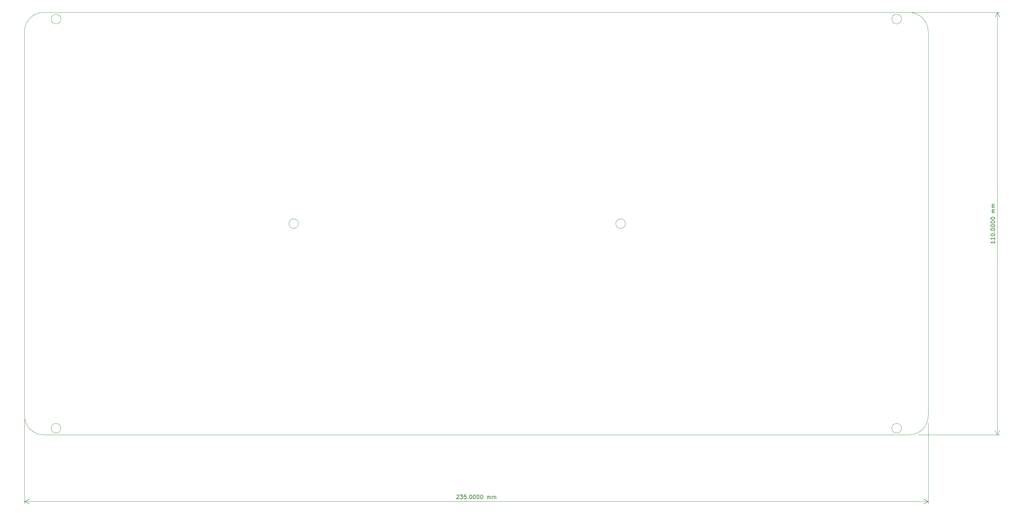
<source format=gm1>
G04 #@! TF.GenerationSoftware,KiCad,Pcbnew,9.0.0*
G04 #@! TF.CreationDate,2025-06-12T15:22:14-04:00*
G04 #@! TF.ProjectId,Oblique Palette 0.5.1 PCB Main,4f626c69-7175-4652-9050-616c65747465,rev?*
G04 #@! TF.SameCoordinates,Original*
G04 #@! TF.FileFunction,Profile,NP*
%FSLAX46Y46*%
G04 Gerber Fmt 4.6, Leading zero omitted, Abs format (unit mm)*
G04 Created by KiCad (PCBNEW 9.0.0) date 2025-06-12 15:22:14*
%MOMM*%
%LPD*%
G01*
G04 APERTURE LIST*
G04 #@! TA.AperFunction,Profile*
%ADD10C,0.050000*%
G04 #@! TD*
%ADD11C,0.150000*%
G04 APERTURE END LIST*
D10*
X250000000Y-121500000D02*
G75*
G02*
X245000000Y-126500000I-5000000J0D01*
G01*
X243050000Y-18220000D02*
G75*
G02*
X240550000Y-18220000I-1250000J0D01*
G01*
X240550000Y-18220000D02*
G75*
G02*
X243050000Y-18220000I1250000J0D01*
G01*
X24450000Y-18220000D02*
G75*
G02*
X21950000Y-18220000I-1250000J0D01*
G01*
X21950000Y-18220000D02*
G75*
G02*
X24450000Y-18220000I1250000J0D01*
G01*
X20000000Y-126500000D02*
G75*
G02*
X15000000Y-121500000I0J5000000D01*
G01*
X15000000Y-21500000D02*
G75*
G02*
X20000000Y-16500000I5000000J0D01*
G01*
X86250000Y-71500000D02*
G75*
G02*
X83750000Y-71500000I-1250000J0D01*
G01*
X83750000Y-71500000D02*
G75*
G02*
X86250000Y-71500000I1250000J0D01*
G01*
X15000000Y-121500000D02*
X15000000Y-21500000D01*
X245000000Y-16500000D02*
G75*
G02*
X250000000Y-21500000I0J-5000000D01*
G01*
X171250000Y-71500000D02*
G75*
G02*
X168750000Y-71500000I-1250000J0D01*
G01*
X168750000Y-71500000D02*
G75*
G02*
X171250000Y-71500000I1250000J0D01*
G01*
X245000000Y-16500000D02*
X20000000Y-16500000D01*
X250000000Y-121500000D02*
X250000000Y-21500000D01*
X20000000Y-126500000D02*
X245000000Y-126500000D01*
X243050000Y-124780000D02*
G75*
G02*
X240550000Y-124780000I-1250000J0D01*
G01*
X240550000Y-124780000D02*
G75*
G02*
X243050000Y-124780000I1250000J0D01*
G01*
X24450000Y-124780000D02*
G75*
G02*
X21950000Y-124780000I-1250000J0D01*
G01*
X21950000Y-124780000D02*
G75*
G02*
X24450000Y-124780000I1250000J0D01*
G01*
D11*
X127404762Y-142220057D02*
X127452381Y-142172438D01*
X127452381Y-142172438D02*
X127547619Y-142124819D01*
X127547619Y-142124819D02*
X127785714Y-142124819D01*
X127785714Y-142124819D02*
X127880952Y-142172438D01*
X127880952Y-142172438D02*
X127928571Y-142220057D01*
X127928571Y-142220057D02*
X127976190Y-142315295D01*
X127976190Y-142315295D02*
X127976190Y-142410533D01*
X127976190Y-142410533D02*
X127928571Y-142553390D01*
X127928571Y-142553390D02*
X127357143Y-143124819D01*
X127357143Y-143124819D02*
X127976190Y-143124819D01*
X128309524Y-142124819D02*
X128928571Y-142124819D01*
X128928571Y-142124819D02*
X128595238Y-142505771D01*
X128595238Y-142505771D02*
X128738095Y-142505771D01*
X128738095Y-142505771D02*
X128833333Y-142553390D01*
X128833333Y-142553390D02*
X128880952Y-142601009D01*
X128880952Y-142601009D02*
X128928571Y-142696247D01*
X128928571Y-142696247D02*
X128928571Y-142934342D01*
X128928571Y-142934342D02*
X128880952Y-143029580D01*
X128880952Y-143029580D02*
X128833333Y-143077200D01*
X128833333Y-143077200D02*
X128738095Y-143124819D01*
X128738095Y-143124819D02*
X128452381Y-143124819D01*
X128452381Y-143124819D02*
X128357143Y-143077200D01*
X128357143Y-143077200D02*
X128309524Y-143029580D01*
X129833333Y-142124819D02*
X129357143Y-142124819D01*
X129357143Y-142124819D02*
X129309524Y-142601009D01*
X129309524Y-142601009D02*
X129357143Y-142553390D01*
X129357143Y-142553390D02*
X129452381Y-142505771D01*
X129452381Y-142505771D02*
X129690476Y-142505771D01*
X129690476Y-142505771D02*
X129785714Y-142553390D01*
X129785714Y-142553390D02*
X129833333Y-142601009D01*
X129833333Y-142601009D02*
X129880952Y-142696247D01*
X129880952Y-142696247D02*
X129880952Y-142934342D01*
X129880952Y-142934342D02*
X129833333Y-143029580D01*
X129833333Y-143029580D02*
X129785714Y-143077200D01*
X129785714Y-143077200D02*
X129690476Y-143124819D01*
X129690476Y-143124819D02*
X129452381Y-143124819D01*
X129452381Y-143124819D02*
X129357143Y-143077200D01*
X129357143Y-143077200D02*
X129309524Y-143029580D01*
X130309524Y-143029580D02*
X130357143Y-143077200D01*
X130357143Y-143077200D02*
X130309524Y-143124819D01*
X130309524Y-143124819D02*
X130261905Y-143077200D01*
X130261905Y-143077200D02*
X130309524Y-143029580D01*
X130309524Y-143029580D02*
X130309524Y-143124819D01*
X130976190Y-142124819D02*
X131071428Y-142124819D01*
X131071428Y-142124819D02*
X131166666Y-142172438D01*
X131166666Y-142172438D02*
X131214285Y-142220057D01*
X131214285Y-142220057D02*
X131261904Y-142315295D01*
X131261904Y-142315295D02*
X131309523Y-142505771D01*
X131309523Y-142505771D02*
X131309523Y-142743866D01*
X131309523Y-142743866D02*
X131261904Y-142934342D01*
X131261904Y-142934342D02*
X131214285Y-143029580D01*
X131214285Y-143029580D02*
X131166666Y-143077200D01*
X131166666Y-143077200D02*
X131071428Y-143124819D01*
X131071428Y-143124819D02*
X130976190Y-143124819D01*
X130976190Y-143124819D02*
X130880952Y-143077200D01*
X130880952Y-143077200D02*
X130833333Y-143029580D01*
X130833333Y-143029580D02*
X130785714Y-142934342D01*
X130785714Y-142934342D02*
X130738095Y-142743866D01*
X130738095Y-142743866D02*
X130738095Y-142505771D01*
X130738095Y-142505771D02*
X130785714Y-142315295D01*
X130785714Y-142315295D02*
X130833333Y-142220057D01*
X130833333Y-142220057D02*
X130880952Y-142172438D01*
X130880952Y-142172438D02*
X130976190Y-142124819D01*
X131928571Y-142124819D02*
X132023809Y-142124819D01*
X132023809Y-142124819D02*
X132119047Y-142172438D01*
X132119047Y-142172438D02*
X132166666Y-142220057D01*
X132166666Y-142220057D02*
X132214285Y-142315295D01*
X132214285Y-142315295D02*
X132261904Y-142505771D01*
X132261904Y-142505771D02*
X132261904Y-142743866D01*
X132261904Y-142743866D02*
X132214285Y-142934342D01*
X132214285Y-142934342D02*
X132166666Y-143029580D01*
X132166666Y-143029580D02*
X132119047Y-143077200D01*
X132119047Y-143077200D02*
X132023809Y-143124819D01*
X132023809Y-143124819D02*
X131928571Y-143124819D01*
X131928571Y-143124819D02*
X131833333Y-143077200D01*
X131833333Y-143077200D02*
X131785714Y-143029580D01*
X131785714Y-143029580D02*
X131738095Y-142934342D01*
X131738095Y-142934342D02*
X131690476Y-142743866D01*
X131690476Y-142743866D02*
X131690476Y-142505771D01*
X131690476Y-142505771D02*
X131738095Y-142315295D01*
X131738095Y-142315295D02*
X131785714Y-142220057D01*
X131785714Y-142220057D02*
X131833333Y-142172438D01*
X131833333Y-142172438D02*
X131928571Y-142124819D01*
X132880952Y-142124819D02*
X132976190Y-142124819D01*
X132976190Y-142124819D02*
X133071428Y-142172438D01*
X133071428Y-142172438D02*
X133119047Y-142220057D01*
X133119047Y-142220057D02*
X133166666Y-142315295D01*
X133166666Y-142315295D02*
X133214285Y-142505771D01*
X133214285Y-142505771D02*
X133214285Y-142743866D01*
X133214285Y-142743866D02*
X133166666Y-142934342D01*
X133166666Y-142934342D02*
X133119047Y-143029580D01*
X133119047Y-143029580D02*
X133071428Y-143077200D01*
X133071428Y-143077200D02*
X132976190Y-143124819D01*
X132976190Y-143124819D02*
X132880952Y-143124819D01*
X132880952Y-143124819D02*
X132785714Y-143077200D01*
X132785714Y-143077200D02*
X132738095Y-143029580D01*
X132738095Y-143029580D02*
X132690476Y-142934342D01*
X132690476Y-142934342D02*
X132642857Y-142743866D01*
X132642857Y-142743866D02*
X132642857Y-142505771D01*
X132642857Y-142505771D02*
X132690476Y-142315295D01*
X132690476Y-142315295D02*
X132738095Y-142220057D01*
X132738095Y-142220057D02*
X132785714Y-142172438D01*
X132785714Y-142172438D02*
X132880952Y-142124819D01*
X133833333Y-142124819D02*
X133928571Y-142124819D01*
X133928571Y-142124819D02*
X134023809Y-142172438D01*
X134023809Y-142172438D02*
X134071428Y-142220057D01*
X134071428Y-142220057D02*
X134119047Y-142315295D01*
X134119047Y-142315295D02*
X134166666Y-142505771D01*
X134166666Y-142505771D02*
X134166666Y-142743866D01*
X134166666Y-142743866D02*
X134119047Y-142934342D01*
X134119047Y-142934342D02*
X134071428Y-143029580D01*
X134071428Y-143029580D02*
X134023809Y-143077200D01*
X134023809Y-143077200D02*
X133928571Y-143124819D01*
X133928571Y-143124819D02*
X133833333Y-143124819D01*
X133833333Y-143124819D02*
X133738095Y-143077200D01*
X133738095Y-143077200D02*
X133690476Y-143029580D01*
X133690476Y-143029580D02*
X133642857Y-142934342D01*
X133642857Y-142934342D02*
X133595238Y-142743866D01*
X133595238Y-142743866D02*
X133595238Y-142505771D01*
X133595238Y-142505771D02*
X133642857Y-142315295D01*
X133642857Y-142315295D02*
X133690476Y-142220057D01*
X133690476Y-142220057D02*
X133738095Y-142172438D01*
X133738095Y-142172438D02*
X133833333Y-142124819D01*
X135357143Y-143124819D02*
X135357143Y-142458152D01*
X135357143Y-142553390D02*
X135404762Y-142505771D01*
X135404762Y-142505771D02*
X135500000Y-142458152D01*
X135500000Y-142458152D02*
X135642857Y-142458152D01*
X135642857Y-142458152D02*
X135738095Y-142505771D01*
X135738095Y-142505771D02*
X135785714Y-142601009D01*
X135785714Y-142601009D02*
X135785714Y-143124819D01*
X135785714Y-142601009D02*
X135833333Y-142505771D01*
X135833333Y-142505771D02*
X135928571Y-142458152D01*
X135928571Y-142458152D02*
X136071428Y-142458152D01*
X136071428Y-142458152D02*
X136166667Y-142505771D01*
X136166667Y-142505771D02*
X136214286Y-142601009D01*
X136214286Y-142601009D02*
X136214286Y-143124819D01*
X136690476Y-143124819D02*
X136690476Y-142458152D01*
X136690476Y-142553390D02*
X136738095Y-142505771D01*
X136738095Y-142505771D02*
X136833333Y-142458152D01*
X136833333Y-142458152D02*
X136976190Y-142458152D01*
X136976190Y-142458152D02*
X137071428Y-142505771D01*
X137071428Y-142505771D02*
X137119047Y-142601009D01*
X137119047Y-142601009D02*
X137119047Y-143124819D01*
X137119047Y-142601009D02*
X137166666Y-142505771D01*
X137166666Y-142505771D02*
X137261904Y-142458152D01*
X137261904Y-142458152D02*
X137404761Y-142458152D01*
X137404761Y-142458152D02*
X137500000Y-142505771D01*
X137500000Y-142505771D02*
X137547619Y-142601009D01*
X137547619Y-142601009D02*
X137547619Y-143124819D01*
D10*
X250000000Y-123410000D02*
X250000000Y-144406420D01*
X15000000Y-144406420D02*
X15000000Y-122410000D01*
X250000000Y-143820000D02*
X15000000Y-143820000D01*
X250000000Y-143820000D02*
X15000000Y-143820000D01*
X250000000Y-143820000D02*
X248873496Y-144406421D01*
X250000000Y-143820000D02*
X248873496Y-143233579D01*
X15000000Y-143820000D02*
X16126504Y-143233579D01*
X15000000Y-143820000D02*
X16126504Y-144406421D01*
X250000000Y-143820000D02*
X15000000Y-143820000D01*
X250000000Y-143820000D02*
X15000000Y-143820000D01*
X250000000Y-143820000D02*
X248873496Y-144406421D01*
X250000000Y-143820000D02*
X248873496Y-143233579D01*
X15000000Y-143820000D02*
X16126504Y-143233579D01*
X15000000Y-143820000D02*
X16126504Y-144406421D01*
D11*
X267304819Y-76023809D02*
X267304819Y-76595237D01*
X267304819Y-76309523D02*
X266304819Y-76309523D01*
X266304819Y-76309523D02*
X266447676Y-76404761D01*
X266447676Y-76404761D02*
X266542914Y-76499999D01*
X266542914Y-76499999D02*
X266590533Y-76595237D01*
X267304819Y-75071428D02*
X267304819Y-75642856D01*
X267304819Y-75357142D02*
X266304819Y-75357142D01*
X266304819Y-75357142D02*
X266447676Y-75452380D01*
X266447676Y-75452380D02*
X266542914Y-75547618D01*
X266542914Y-75547618D02*
X266590533Y-75642856D01*
X266304819Y-74452380D02*
X266304819Y-74357142D01*
X266304819Y-74357142D02*
X266352438Y-74261904D01*
X266352438Y-74261904D02*
X266400057Y-74214285D01*
X266400057Y-74214285D02*
X266495295Y-74166666D01*
X266495295Y-74166666D02*
X266685771Y-74119047D01*
X266685771Y-74119047D02*
X266923866Y-74119047D01*
X266923866Y-74119047D02*
X267114342Y-74166666D01*
X267114342Y-74166666D02*
X267209580Y-74214285D01*
X267209580Y-74214285D02*
X267257200Y-74261904D01*
X267257200Y-74261904D02*
X267304819Y-74357142D01*
X267304819Y-74357142D02*
X267304819Y-74452380D01*
X267304819Y-74452380D02*
X267257200Y-74547618D01*
X267257200Y-74547618D02*
X267209580Y-74595237D01*
X267209580Y-74595237D02*
X267114342Y-74642856D01*
X267114342Y-74642856D02*
X266923866Y-74690475D01*
X266923866Y-74690475D02*
X266685771Y-74690475D01*
X266685771Y-74690475D02*
X266495295Y-74642856D01*
X266495295Y-74642856D02*
X266400057Y-74595237D01*
X266400057Y-74595237D02*
X266352438Y-74547618D01*
X266352438Y-74547618D02*
X266304819Y-74452380D01*
X267209580Y-73690475D02*
X267257200Y-73642856D01*
X267257200Y-73642856D02*
X267304819Y-73690475D01*
X267304819Y-73690475D02*
X267257200Y-73738094D01*
X267257200Y-73738094D02*
X267209580Y-73690475D01*
X267209580Y-73690475D02*
X267304819Y-73690475D01*
X266304819Y-73023809D02*
X266304819Y-72928571D01*
X266304819Y-72928571D02*
X266352438Y-72833333D01*
X266352438Y-72833333D02*
X266400057Y-72785714D01*
X266400057Y-72785714D02*
X266495295Y-72738095D01*
X266495295Y-72738095D02*
X266685771Y-72690476D01*
X266685771Y-72690476D02*
X266923866Y-72690476D01*
X266923866Y-72690476D02*
X267114342Y-72738095D01*
X267114342Y-72738095D02*
X267209580Y-72785714D01*
X267209580Y-72785714D02*
X267257200Y-72833333D01*
X267257200Y-72833333D02*
X267304819Y-72928571D01*
X267304819Y-72928571D02*
X267304819Y-73023809D01*
X267304819Y-73023809D02*
X267257200Y-73119047D01*
X267257200Y-73119047D02*
X267209580Y-73166666D01*
X267209580Y-73166666D02*
X267114342Y-73214285D01*
X267114342Y-73214285D02*
X266923866Y-73261904D01*
X266923866Y-73261904D02*
X266685771Y-73261904D01*
X266685771Y-73261904D02*
X266495295Y-73214285D01*
X266495295Y-73214285D02*
X266400057Y-73166666D01*
X266400057Y-73166666D02*
X266352438Y-73119047D01*
X266352438Y-73119047D02*
X266304819Y-73023809D01*
X266304819Y-72071428D02*
X266304819Y-71976190D01*
X266304819Y-71976190D02*
X266352438Y-71880952D01*
X266352438Y-71880952D02*
X266400057Y-71833333D01*
X266400057Y-71833333D02*
X266495295Y-71785714D01*
X266495295Y-71785714D02*
X266685771Y-71738095D01*
X266685771Y-71738095D02*
X266923866Y-71738095D01*
X266923866Y-71738095D02*
X267114342Y-71785714D01*
X267114342Y-71785714D02*
X267209580Y-71833333D01*
X267209580Y-71833333D02*
X267257200Y-71880952D01*
X267257200Y-71880952D02*
X267304819Y-71976190D01*
X267304819Y-71976190D02*
X267304819Y-72071428D01*
X267304819Y-72071428D02*
X267257200Y-72166666D01*
X267257200Y-72166666D02*
X267209580Y-72214285D01*
X267209580Y-72214285D02*
X267114342Y-72261904D01*
X267114342Y-72261904D02*
X266923866Y-72309523D01*
X266923866Y-72309523D02*
X266685771Y-72309523D01*
X266685771Y-72309523D02*
X266495295Y-72261904D01*
X266495295Y-72261904D02*
X266400057Y-72214285D01*
X266400057Y-72214285D02*
X266352438Y-72166666D01*
X266352438Y-72166666D02*
X266304819Y-72071428D01*
X266304819Y-71119047D02*
X266304819Y-71023809D01*
X266304819Y-71023809D02*
X266352438Y-70928571D01*
X266352438Y-70928571D02*
X266400057Y-70880952D01*
X266400057Y-70880952D02*
X266495295Y-70833333D01*
X266495295Y-70833333D02*
X266685771Y-70785714D01*
X266685771Y-70785714D02*
X266923866Y-70785714D01*
X266923866Y-70785714D02*
X267114342Y-70833333D01*
X267114342Y-70833333D02*
X267209580Y-70880952D01*
X267209580Y-70880952D02*
X267257200Y-70928571D01*
X267257200Y-70928571D02*
X267304819Y-71023809D01*
X267304819Y-71023809D02*
X267304819Y-71119047D01*
X267304819Y-71119047D02*
X267257200Y-71214285D01*
X267257200Y-71214285D02*
X267209580Y-71261904D01*
X267209580Y-71261904D02*
X267114342Y-71309523D01*
X267114342Y-71309523D02*
X266923866Y-71357142D01*
X266923866Y-71357142D02*
X266685771Y-71357142D01*
X266685771Y-71357142D02*
X266495295Y-71309523D01*
X266495295Y-71309523D02*
X266400057Y-71261904D01*
X266400057Y-71261904D02*
X266352438Y-71214285D01*
X266352438Y-71214285D02*
X266304819Y-71119047D01*
X266304819Y-70166666D02*
X266304819Y-70071428D01*
X266304819Y-70071428D02*
X266352438Y-69976190D01*
X266352438Y-69976190D02*
X266400057Y-69928571D01*
X266400057Y-69928571D02*
X266495295Y-69880952D01*
X266495295Y-69880952D02*
X266685771Y-69833333D01*
X266685771Y-69833333D02*
X266923866Y-69833333D01*
X266923866Y-69833333D02*
X267114342Y-69880952D01*
X267114342Y-69880952D02*
X267209580Y-69928571D01*
X267209580Y-69928571D02*
X267257200Y-69976190D01*
X267257200Y-69976190D02*
X267304819Y-70071428D01*
X267304819Y-70071428D02*
X267304819Y-70166666D01*
X267304819Y-70166666D02*
X267257200Y-70261904D01*
X267257200Y-70261904D02*
X267209580Y-70309523D01*
X267209580Y-70309523D02*
X267114342Y-70357142D01*
X267114342Y-70357142D02*
X266923866Y-70404761D01*
X266923866Y-70404761D02*
X266685771Y-70404761D01*
X266685771Y-70404761D02*
X266495295Y-70357142D01*
X266495295Y-70357142D02*
X266400057Y-70309523D01*
X266400057Y-70309523D02*
X266352438Y-70261904D01*
X266352438Y-70261904D02*
X266304819Y-70166666D01*
X267304819Y-68642856D02*
X266638152Y-68642856D01*
X266733390Y-68642856D02*
X266685771Y-68595237D01*
X266685771Y-68595237D02*
X266638152Y-68499999D01*
X266638152Y-68499999D02*
X266638152Y-68357142D01*
X266638152Y-68357142D02*
X266685771Y-68261904D01*
X266685771Y-68261904D02*
X266781009Y-68214285D01*
X266781009Y-68214285D02*
X267304819Y-68214285D01*
X266781009Y-68214285D02*
X266685771Y-68166666D01*
X266685771Y-68166666D02*
X266638152Y-68071428D01*
X266638152Y-68071428D02*
X266638152Y-67928571D01*
X266638152Y-67928571D02*
X266685771Y-67833332D01*
X266685771Y-67833332D02*
X266781009Y-67785713D01*
X266781009Y-67785713D02*
X267304819Y-67785713D01*
X267304819Y-67309523D02*
X266638152Y-67309523D01*
X266733390Y-67309523D02*
X266685771Y-67261904D01*
X266685771Y-67261904D02*
X266638152Y-67166666D01*
X266638152Y-67166666D02*
X266638152Y-67023809D01*
X266638152Y-67023809D02*
X266685771Y-66928571D01*
X266685771Y-66928571D02*
X266781009Y-66880952D01*
X266781009Y-66880952D02*
X267304819Y-66880952D01*
X266781009Y-66880952D02*
X266685771Y-66833333D01*
X266685771Y-66833333D02*
X266638152Y-66738095D01*
X266638152Y-66738095D02*
X266638152Y-66595238D01*
X266638152Y-66595238D02*
X266685771Y-66499999D01*
X266685771Y-66499999D02*
X266781009Y-66452380D01*
X266781009Y-66452380D02*
X267304819Y-66452380D01*
D10*
X247500000Y-126500000D02*
X268586420Y-126500000D01*
X268586420Y-16500000D02*
X245500000Y-16500000D01*
X268000000Y-126500000D02*
X268000000Y-16500000D01*
X268000000Y-126500000D02*
X268000000Y-16500000D01*
X268000000Y-126500000D02*
X267413579Y-125373496D01*
X268000000Y-126500000D02*
X268586421Y-125373496D01*
X268000000Y-16500000D02*
X268586421Y-17626504D01*
X268000000Y-16500000D02*
X267413579Y-17626504D01*
X268000000Y-126500000D02*
X268000000Y-16500000D01*
X268000000Y-126500000D02*
X268000000Y-16500000D01*
X268000000Y-126500000D02*
X267413579Y-125373496D01*
X268000000Y-126500000D02*
X268586421Y-125373496D01*
X268000000Y-16500000D02*
X268586421Y-17626504D01*
X268000000Y-16500000D02*
X267413579Y-17626504D01*
M02*

</source>
